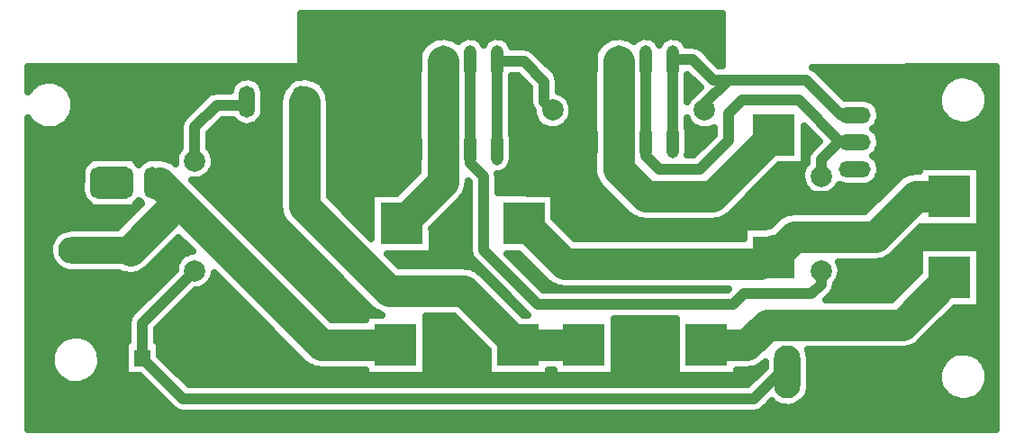
<source format=gbr>
G04 DipTrace 2.3.1.0*
%INBottom.gbr*%
%MOIN*%
%ADD13C,0.0394*%
%ADD14C,0.1181*%
%ADD15C,0.0591*%
%ADD16C,0.0984*%
%ADD17C,0.025*%
%ADD18O,0.1181X0.063*%
%ADD19R,0.063X0.063*%
%ADD20R,0.1575X0.1575*%
%ADD21O,0.0472X0.1181*%
%ADD22O,0.1181X0.0591*%
%ADD23O,0.0591X0.1181*%
%ADD24O,0.1969X0.0984*%
%ADD25O,0.0984X0.1969*%
%ADD26C,0.0787*%
%FSLAX44Y44*%
G04*
G70*
G90*
G75*
G01*
%LNBottom*%
%LPD*%
X34469Y6437D2*
D13*
X37250D1*
X39816Y9003D1*
Y14058D1*
X39125Y14750D1*
X37000D1*
X36437Y14187D1*
Y13937D1*
X35437Y12937D1*
X34937D1*
X31437D1*
X30187Y11687D1*
X26187D1*
X24687Y13187D1*
Y14437D1*
X25187Y14937D1*
Y17937D1*
X6437Y8906D2*
X4937D1*
Y6062D1*
X6062Y4937D1*
X8562D1*
X5937Y13446D2*
X4937Y12446D1*
Y9437D1*
X5469Y8906D1*
X6437D1*
X13438Y16438D2*
Y17563D1*
X9563D1*
X5937Y13937D1*
Y13446D1*
X18687Y17937D2*
Y14687D1*
X15811Y17563D1*
X13438D1*
X18687Y17937D2*
Y18437D1*
X19437Y19187D1*
X23937D1*
X25187Y17937D1*
X32437Y6437D2*
X32187D1*
X31187Y5437D1*
X10063D1*
X8562Y6937D1*
Y8250D1*
X10500Y10188D1*
Y14251D2*
Y15501D1*
X11313Y16313D1*
X12313D1*
X12438Y16438D1*
X31937Y10687D2*
D14*
X32687Y11437D1*
X35687D1*
X37187Y12937D1*
X38437D1*
X22687Y11937D2*
X24187Y10437D1*
X31437D1*
X31937Y10937D1*
Y10687D1*
X19687Y14687D2*
Y17937D1*
X18159Y11937D2*
X19687Y13465D1*
Y14687D1*
X27187Y14937D2*
D13*
Y17937D1*
X20687D2*
Y14687D1*
X34937Y14937D2*
X34408D1*
X32846Y16500D1*
X30750D1*
X30245Y15995D1*
Y14995D1*
X29187Y13937D1*
X27687D1*
X27187Y14437D1*
Y14937D1*
X34408D2*
X34319D1*
X33687Y14305D1*
Y13687D1*
Y10187D2*
Y9687D1*
X33334Y9334D1*
X30834D1*
X30437Y8937D1*
X23187D1*
X21187Y10937D1*
Y13687D1*
X20687Y14187D1*
Y14687D1*
X28187Y14937D2*
Y17937D1*
X21687D2*
Y14687D1*
X34937Y15937D2*
X34437D1*
X33125Y17250D1*
X30249D1*
X29687D1*
X28937Y18000D1*
X28250D1*
X28187Y17937D1*
X30249Y17250D2*
X29375Y16375D1*
Y16125D1*
X23750D2*
X23437Y16437D1*
Y17187D1*
X22687Y17937D1*
X21687D1*
X31937Y15215D2*
D14*
X29659Y12937D1*
X27187D1*
X26187Y13937D1*
Y14937D1*
Y17937D1*
X7937Y13446D2*
D13*
X6937D1*
X17937Y7437D2*
D14*
X15187D1*
X9899Y12725D1*
X9178Y13446D1*
D15*
X8937D1*
X6437Y10937D2*
D16*
X8111D1*
D14*
X9899Y12725D1*
X22465Y7437D2*
X20465Y9437D1*
X17689D1*
X14563Y12563D1*
Y16438D1*
D13*
X14438D1*
X24909Y7437D2*
D14*
X22465D1*
X29437D2*
X30937D1*
X31687Y8187D1*
X36687D1*
X38437Y9937D1*
D26*
X10500Y10188D3*
Y14251D3*
X33687Y13687D3*
Y10187D3*
X29375Y16125D3*
X23750D3*
X14439Y19445D2*
D17*
X29998D1*
X14439Y19197D2*
X29998D1*
X14439Y18948D2*
X29998D1*
X14439Y18699D2*
X19143D1*
X21107D2*
X21263D1*
X22107D2*
X25643D1*
X27607D2*
X27763D1*
X28607D2*
X29998D1*
X14439Y18450D2*
X18896D1*
X22837D2*
X25396D1*
X29239D2*
X29998D1*
X14439Y18202D2*
X18779D1*
X23196D2*
X25279D1*
X29509D2*
X29998D1*
X14439Y17953D2*
X18740D1*
X23443D2*
X25240D1*
X29755D2*
X29998D1*
X4347Y17704D2*
X18740D1*
X23693D2*
X25240D1*
X33419D2*
X40143D1*
X4347Y17456D2*
X18740D1*
X23919D2*
X25240D1*
X33693D2*
X40143D1*
X4347Y17207D2*
X4834D1*
X5388D2*
X12002D1*
X12876D2*
X14002D1*
X15099D2*
X18740D1*
X22239D2*
X22643D1*
X23989D2*
X25240D1*
X28739D2*
X28955D1*
X33939D2*
X38322D1*
X39575D2*
X40143D1*
X5802Y16958D2*
X11826D1*
X13048D2*
X13775D1*
X15349D2*
X18740D1*
X22239D2*
X22885D1*
X23989D2*
X25240D1*
X28739D2*
X29186D1*
X34189D2*
X38119D1*
X39778D2*
X40143D1*
X5974Y16710D2*
X10939D1*
X13091D2*
X13658D1*
X15470D2*
X18740D1*
X22239D2*
X22885D1*
X24204D2*
X25240D1*
X28739D2*
X28918D1*
X34439D2*
X38025D1*
X39872D2*
X40143D1*
X6048Y16461D2*
X10689D1*
X13091D2*
X13615D1*
X15509D2*
X18740D1*
X22239D2*
X22885D1*
X24419D2*
X25240D1*
X35603D2*
X38002D1*
X39896D2*
X40143D1*
X6052Y16212D2*
X10439D1*
X13091D2*
X13615D1*
X15509D2*
X18740D1*
X22239D2*
X22936D1*
X24493D2*
X25240D1*
X35821D2*
X38049D1*
X39849D2*
X40143D1*
X5989Y15964D2*
X10189D1*
X13064D2*
X13615D1*
X15509D2*
X18740D1*
X22239D2*
X23018D1*
X24482D2*
X25240D1*
X35884D2*
X38178D1*
X39720D2*
X40143D1*
X5833Y15715D2*
X9990D1*
X11486D2*
X11955D1*
X12923D2*
X13615D1*
X15509D2*
X18740D1*
X22239D2*
X23127D1*
X24372D2*
X25240D1*
X35845D2*
X38451D1*
X39446D2*
X40143D1*
X4347Y15466D2*
X4736D1*
X5486D2*
X9947D1*
X11239D2*
X13615D1*
X15509D2*
X18740D1*
X22239D2*
X23420D1*
X24079D2*
X25240D1*
X28751D2*
X29045D1*
X35673D2*
X40143D1*
X4347Y15218D2*
X9947D1*
X11052D2*
X13615D1*
X15509D2*
X18740D1*
X22251D2*
X25240D1*
X28778D2*
X29689D1*
X33079D2*
X33353D1*
X35818D2*
X40143D1*
X4347Y14969D2*
X9947D1*
X11052D2*
X13615D1*
X15509D2*
X18740D1*
X22278D2*
X25240D1*
X28778D2*
X29447D1*
X33079D2*
X33580D1*
X35884D2*
X40143D1*
X4347Y14720D2*
X9924D1*
X11079D2*
X13615D1*
X15509D2*
X18740D1*
X22278D2*
X25240D1*
X28778D2*
X29197D1*
X33079D2*
X33330D1*
X35845D2*
X40143D1*
X4347Y14471D2*
X9783D1*
X11216D2*
X13615D1*
X15509D2*
X18740D1*
X22278D2*
X25240D1*
X28771D2*
X28947D1*
X33079D2*
X33161D1*
X35677D2*
X40143D1*
X4347Y14223D2*
X6510D1*
X8364D2*
X8514D1*
X11251D2*
X13615D1*
X15509D2*
X18740D1*
X22271D2*
X25240D1*
X35814D2*
X40143D1*
X4347Y13974D2*
X6330D1*
X11196D2*
X13615D1*
X15509D2*
X18740D1*
X22153D2*
X25240D1*
X32025D2*
X32994D1*
X35884D2*
X37291D1*
X39579D2*
X40143D1*
X4347Y13725D2*
X6283D1*
X11025D2*
X13615D1*
X15509D2*
X18619D1*
X21739D2*
X25264D1*
X31778D2*
X32939D1*
X35849D2*
X36682D1*
X39579D2*
X40143D1*
X4347Y13477D2*
X6283D1*
X10478D2*
X13615D1*
X15509D2*
X18369D1*
X21739D2*
X25361D1*
X31528D2*
X32967D1*
X35685D2*
X36396D1*
X39579D2*
X40143D1*
X4347Y13228D2*
X6283D1*
X10724D2*
X13615D1*
X15509D2*
X18123D1*
X21739D2*
X25568D1*
X31278D2*
X33100D1*
X34275D2*
X36150D1*
X39579D2*
X40143D1*
X4347Y12979D2*
X6311D1*
X10974D2*
X13615D1*
X15509D2*
X17014D1*
X20497D2*
X20633D1*
X23829D2*
X25814D1*
X31032D2*
X33502D1*
X33872D2*
X35900D1*
X39579D2*
X40143D1*
X4347Y12731D2*
X6447D1*
X11224D2*
X13615D1*
X15724D2*
X17014D1*
X20282D2*
X20635D1*
X23829D2*
X26064D1*
X30782D2*
X35650D1*
X39579D2*
X40143D1*
X4347Y12482D2*
X8326D1*
X11470D2*
X13619D1*
X15974D2*
X17014D1*
X20032D2*
X20635D1*
X23829D2*
X26314D1*
X30532D2*
X35404D1*
X39579D2*
X40143D1*
X4347Y12233D2*
X8080D1*
X11720D2*
X13678D1*
X16224D2*
X17014D1*
X19786D2*
X20635D1*
X23829D2*
X26564D1*
X30282D2*
X32197D1*
X39579D2*
X40143D1*
X4347Y11985D2*
X7830D1*
X11970D2*
X13818D1*
X16470D2*
X17014D1*
X19536D2*
X20635D1*
X23970D2*
X31904D1*
X39579D2*
X40143D1*
X4347Y11736D2*
X5717D1*
X12216D2*
X14061D1*
X16720D2*
X17014D1*
X19302D2*
X20635D1*
X24216D2*
X30791D1*
X37314D2*
X40143D1*
X4347Y11487D2*
X5307D1*
X12466D2*
X14311D1*
X19302D2*
X20635D1*
X24466D2*
X30791D1*
X37068D2*
X40143D1*
X4347Y11239D2*
X5154D1*
X9743D2*
X10057D1*
X12716D2*
X14557D1*
X19302D2*
X20635D1*
X36818D2*
X40143D1*
X4347Y10990D2*
X5100D1*
X9493D2*
X10307D1*
X12962D2*
X14807D1*
X19302D2*
X20635D1*
X36568D2*
X37291D1*
X39579D2*
X40143D1*
X4347Y10741D2*
X5119D1*
X9243D2*
X10006D1*
X13212D2*
X15057D1*
X17716D2*
X20670D1*
X22153D2*
X22553D1*
X36318D2*
X37291D1*
X39579D2*
X40143D1*
X4347Y10492D2*
X5225D1*
X8997D2*
X9818D1*
X13462D2*
X15303D1*
X17962D2*
X20857D1*
X22403D2*
X22803D1*
X34368D2*
X37291D1*
X39579D2*
X40143D1*
X4347Y10244D2*
X5475D1*
X8743D2*
X9752D1*
X13708D2*
X15553D1*
X20935D2*
X21107D1*
X22653D2*
X23053D1*
X34435D2*
X37291D1*
X39579D2*
X40143D1*
X4347Y9995D2*
X9533D1*
X11224D2*
X11302D1*
X13958D2*
X15803D1*
X21236D2*
X21359D1*
X22900D2*
X23299D1*
X34411D2*
X37166D1*
X39579D2*
X40143D1*
X4347Y9746D2*
X9287D1*
X11103D2*
X11549D1*
X14208D2*
X16049D1*
X21486D2*
X21602D1*
X23150D2*
X23549D1*
X34290D2*
X36916D1*
X39579D2*
X40143D1*
X4347Y9498D2*
X9037D1*
X10751D2*
X11799D1*
X14454D2*
X16299D1*
X21732D2*
X21851D1*
X23400D2*
X30225D1*
X34204D2*
X36670D1*
X39579D2*
X40143D1*
X4347Y9249D2*
X8791D1*
X10333D2*
X12045D1*
X14704D2*
X16549D1*
X21982D2*
X22101D1*
X34021D2*
X36420D1*
X39579D2*
X40143D1*
X4347Y9000D2*
X8541D1*
X10087D2*
X12295D1*
X14954D2*
X16795D1*
X22232D2*
X22351D1*
X39579D2*
X40143D1*
X4347Y8752D2*
X8291D1*
X9837D2*
X12545D1*
X15200D2*
X17049D1*
X22478D2*
X22599D1*
X38579D2*
X40143D1*
X4347Y8503D2*
X8072D1*
X9587D2*
X12791D1*
X15450D2*
X16791D1*
X19079D2*
X20068D1*
X38333D2*
X40143D1*
X4347Y8254D2*
X8010D1*
X9341D2*
X13041D1*
X19079D2*
X20318D1*
X26052D2*
X28291D1*
X38083D2*
X40143D1*
X4347Y8006D2*
X8010D1*
X9114D2*
X13291D1*
X19079D2*
X20568D1*
X26052D2*
X28291D1*
X37833D2*
X40143D1*
X4347Y7757D2*
X5764D1*
X6443D2*
X8010D1*
X9114D2*
X13537D1*
X19079D2*
X20814D1*
X26052D2*
X28291D1*
X37587D2*
X40143D1*
X4347Y7508D2*
X5393D1*
X6810D2*
X7893D1*
X9236D2*
X13787D1*
X19079D2*
X21064D1*
X26052D2*
X28291D1*
X37337D2*
X40143D1*
X4347Y7260D2*
X5232D1*
X6974D2*
X7893D1*
X9236D2*
X14037D1*
X19079D2*
X21314D1*
X26052D2*
X28291D1*
X33216D2*
X40143D1*
X4347Y7011D2*
X5162D1*
X7040D2*
X7893D1*
X9263D2*
X14283D1*
X19079D2*
X21322D1*
X26052D2*
X28291D1*
X33282D2*
X38381D1*
X39517D2*
X40143D1*
X4347Y6762D2*
X5162D1*
X7040D2*
X7893D1*
X9509D2*
X14533D1*
X19079D2*
X21322D1*
X26052D2*
X28291D1*
X33286D2*
X38146D1*
X39751D2*
X40143D1*
X4347Y6513D2*
X5236D1*
X6970D2*
X7893D1*
X9759D2*
X16791D1*
X19079D2*
X21322D1*
X23611D2*
X23764D1*
X26052D2*
X28291D1*
X30579D2*
X31490D1*
X33286D2*
X38037D1*
X39861D2*
X40143D1*
X4347Y6265D2*
X5400D1*
X6806D2*
X8463D1*
X10009D2*
X31244D1*
X33286D2*
X38002D1*
X39896D2*
X40143D1*
X4347Y6016D2*
X5783D1*
X6423D2*
X8713D1*
X10255D2*
X30994D1*
X33286D2*
X38037D1*
X39861D2*
X40143D1*
X4347Y5767D2*
X8959D1*
X33267D2*
X38146D1*
X39751D2*
X40143D1*
X4347Y5519D2*
X9209D1*
X33165D2*
X38381D1*
X39517D2*
X40143D1*
X4347Y5270D2*
X9459D1*
X31794D2*
X31939D1*
X32935D2*
X40143D1*
X4347Y5021D2*
X9713D1*
X31540D2*
X40143D1*
X4347Y4773D2*
X40143D1*
X4347Y4524D2*
X40143D1*
X9091Y7584D2*
X9209D1*
Y7041D1*
X10282Y5966D1*
X30965D1*
X31611Y6609D1*
X31613Y6808D1*
X31495Y6703D1*
X31391Y6634D1*
X31278Y6580D1*
X31159Y6542D1*
X31084Y6526D1*
X30937Y6515D1*
X30558D1*
X30556Y6318D1*
X28318D1*
X28312Y8408D1*
X26027D1*
X26029Y6318D1*
X23790D1*
X23784Y6515D1*
X23585D1*
X23584Y6318D1*
X21345D1*
Y7251D1*
X20080Y8517D1*
X19054Y8515D1*
X19056Y6318D1*
X16818D1*
X16812Y6515D1*
X15187D1*
X15062Y6523D1*
X14940Y6548D1*
X14822Y6590D1*
X14711Y6647D1*
X14647Y6689D1*
X14535Y6785D1*
X11223Y10097D1*
X11183Y9943D1*
X11131Y9829D1*
X11060Y9726D1*
X10973Y9637D1*
X10871Y9564D1*
X10759Y9510D1*
X10639Y9476D1*
X10520Y9460D1*
X9092Y8032D1*
X9091Y7582D1*
X8463Y6290D2*
X7916D1*
Y7584D1*
X8037D1*
X8034Y8250D1*
X8049Y8374D1*
X8092Y8491D1*
X8189Y8624D1*
X9777Y10212D1*
X9781Y10283D1*
X9808Y10405D1*
X9855Y10520D1*
X9922Y10626D1*
X10006Y10719D1*
X10104Y10796D1*
X10214Y10854D1*
X10333Y10894D1*
X10414Y10906D1*
X9897Y11422D1*
X9049Y10570D1*
X8764Y10285D1*
X8669Y10203D1*
X8565Y10134D1*
X8452Y10080D1*
X8334Y10042D1*
X8211Y10020D1*
X8086Y10015D1*
X7961Y10027D1*
X7840Y10055D1*
X7699Y10113D1*
X5864Y10117D1*
X5741Y10139D1*
X5623Y10179D1*
X5512Y10236D1*
X5411Y10309D1*
X5322Y10397D1*
X5248Y10497D1*
X5190Y10608D1*
X5148Y10726D1*
X5126Y10849D1*
X5122Y10973D1*
X5137Y11097D1*
X5170Y11218D1*
X5221Y11332D1*
X5289Y11436D1*
X5372Y11530D1*
X5469Y11609D1*
X5576Y11674D1*
X5691Y11721D1*
X5813Y11750D1*
X5945Y11761D1*
X6929Y11757D1*
X7187Y11761D1*
X7636Y11766D1*
X8539Y12669D1*
X8478Y12723D1*
X8438Y12776D1*
X8375Y12702D1*
X8329Y12665D1*
X8327Y12507D1*
X6586D1*
Y12628D1*
X6478Y12723D1*
X6403Y12823D1*
X6348Y12935D1*
X6317Y13056D1*
X6310Y13151D1*
X6314Y13741D1*
X6329Y13894D1*
X6371Y14012D1*
X6436Y14118D1*
X6521Y14210D1*
X6587Y14258D1*
X6586Y14384D1*
X8327D1*
Y14232D1*
X8436Y14117D1*
X8521Y14210D1*
X8622Y14283D1*
X8735Y14335D1*
X8857Y14363D1*
X8982Y14367D1*
X9039Y14357D1*
X9130Y14367D1*
X9255Y14365D1*
X9378Y14346D1*
X9498Y14311D1*
X9612Y14260D1*
X9718Y14194D1*
X9781Y14141D1*
Y14346D1*
X9808Y14468D1*
X9855Y14583D1*
X9922Y14689D1*
X9971Y14751D1*
Y15501D1*
X9986Y15625D1*
X10030Y15742D1*
X10126Y15875D1*
X10939Y16687D1*
X11037Y16764D1*
X11150Y16816D1*
X11313Y16842D1*
X11817D1*
X11872Y17004D1*
X11937Y17111D1*
X12022Y17203D1*
X12123Y17276D1*
X12236Y17327D1*
X12358Y17356D1*
X12483Y17359D1*
X12606Y17338D1*
X12722Y17293D1*
X12827Y17225D1*
X12917Y17139D1*
X12988Y17036D1*
X13037Y16921D1*
X13062Y16799D1*
X13065Y16359D1*
X13061Y16143D1*
X13053Y16019D1*
X13016Y15900D1*
X12956Y15790D1*
X12876Y15694D1*
X12779Y15616D1*
X12668Y15559D1*
X12548Y15526D1*
X12423Y15516D1*
X12299Y15531D1*
X12181Y15571D1*
X12073Y15633D1*
X11979Y15716D1*
X11925Y15787D1*
X11528Y15785D1*
X11026Y15279D1*
X11029Y14747D1*
X11100Y14659D1*
X11161Y14550D1*
X11203Y14432D1*
X11226Y14251D1*
X11215Y14126D1*
X11183Y14006D1*
X11131Y13892D1*
X11060Y13789D1*
X10973Y13700D1*
X10871Y13627D1*
X10759Y13573D1*
X10639Y13538D1*
X10515Y13525D1*
X10394Y13533D1*
X15570Y8358D1*
X16816Y8359D1*
X16818Y8556D1*
X17415D1*
X17255Y8623D1*
X17149Y8689D1*
X17037Y8785D1*
X13911Y11911D1*
X13829Y12005D1*
X13760Y12109D1*
X13706Y12222D1*
X13668Y12341D1*
X13653Y12416D1*
X13641Y12563D1*
Y16438D1*
X13649Y16563D1*
X13674Y16685D1*
X13716Y16803D1*
X13773Y16914D1*
X13844Y17017D1*
X14022Y17203D1*
X14123Y17276D1*
X14236Y17327D1*
X14358Y17356D1*
X14614Y17359D1*
X14738Y17344D1*
X14859Y17312D1*
X14974Y17264D1*
X15082Y17201D1*
X15180Y17124D1*
X15267Y17034D1*
X15341Y16934D1*
X15401Y16824D1*
X15445Y16707D1*
X15474Y16585D1*
X15486Y16438D1*
Y12942D1*
X17041Y11389D1*
X17040Y13056D1*
X17974D1*
X18764Y13846D1*
X18765Y17937D1*
X18773Y18062D1*
X18798Y18184D1*
X18840Y18302D1*
X18897Y18413D1*
X18968Y18515D1*
X19053Y18607D1*
X19149Y18687D1*
X19256Y18752D1*
X19370Y18803D1*
X19490Y18838D1*
X19613Y18856D1*
X19738Y18858D1*
X19862Y18843D1*
X19983Y18811D1*
X20098Y18763D1*
X20258Y18659D1*
X20299Y18706D1*
X20399Y18781D1*
X20513Y18832D1*
X20635Y18857D1*
X20760Y18855D1*
X20881Y18825D1*
X20993Y18770D1*
X21090Y18692D1*
X21168Y18594D1*
X21186Y18556D1*
X21218Y18612D1*
X21299Y18706D1*
X21399Y18781D1*
X21513Y18832D1*
X21635Y18857D1*
X21760Y18855D1*
X21881Y18825D1*
X21993Y18770D1*
X22090Y18692D1*
X22168Y18594D1*
X22227Y18463D1*
X22687Y18466D1*
X22811Y18451D1*
X22928Y18408D1*
X23061Y18311D1*
X23811Y17561D1*
X23888Y17463D1*
X23940Y17350D1*
X23966Y17187D1*
Y16816D1*
X24069Y16776D1*
X24176Y16711D1*
X24270Y16630D1*
X24349Y16533D1*
X24410Y16424D1*
X24452Y16306D1*
X24475Y16125D1*
X24464Y16000D1*
X24432Y15879D1*
X24380Y15766D1*
X24309Y15663D1*
X24222Y15574D1*
X24121Y15501D1*
X24008Y15447D1*
X23888Y15412D1*
X23764Y15399D1*
X23640Y15407D1*
X23518Y15437D1*
X23404Y15487D1*
X23300Y15555D1*
X23209Y15641D1*
X23134Y15741D1*
X23077Y15852D1*
X23040Y15971D1*
X23025Y16107D1*
X22986Y16161D1*
X22934Y16274D1*
X22908Y16437D1*
Y16964D1*
X22469Y17407D1*
X22230Y17408D1*
X22216Y17312D1*
Y15246D1*
X22251Y15110D1*
X22255Y14791D1*
X22251Y14333D1*
X22241Y14209D1*
X22201Y14091D1*
X22136Y13984D1*
X22049Y13895D1*
X21945Y13826D1*
X21828Y13782D1*
X21708Y13765D1*
X21716Y13687D1*
Y13058D1*
X23806Y13056D1*
Y12123D1*
X24568Y11360D1*
X30816Y11359D1*
X30818Y11806D1*
X31626D1*
X31744Y11839D1*
X31815Y11870D1*
X32129Y12171D1*
X32233Y12240D1*
X32346Y12294D1*
X32465Y12332D1*
X32540Y12348D1*
X32687Y12359D1*
X35308D1*
X36535Y13589D1*
X36629Y13671D1*
X36733Y13740D1*
X36846Y13794D1*
X36965Y13832D1*
X37040Y13848D1*
X37187Y13859D1*
X37316D1*
X37318Y14056D1*
X39556D1*
Y11818D1*
X37371D1*
X36339Y10785D1*
X36245Y10703D1*
X36141Y10634D1*
X36028Y10580D1*
X35909Y10542D1*
X35834Y10526D1*
X35687Y10515D1*
X34332D1*
X34389Y10369D1*
X34413Y10187D1*
X34402Y10063D1*
X34370Y9942D1*
X34318Y9828D1*
X34217Y9695D1*
X34201Y9563D1*
X34158Y9446D1*
X34061Y9313D1*
X33859Y9112D1*
X36308Y9109D1*
X37319Y10124D1*
X37318Y11056D1*
X39556D1*
Y8818D1*
X38623D1*
X37339Y7535D1*
X37245Y7453D1*
X37141Y7384D1*
X37028Y7330D1*
X36909Y7292D1*
X36834Y7276D1*
X36687Y7265D1*
X33191D1*
X33242Y7105D1*
X33261Y6929D1*
X33257Y5945D1*
X33252Y5820D1*
X33223Y5699D1*
X33177Y5583D1*
X33114Y5475D1*
X33035Y5378D1*
X32943Y5294D1*
X32838Y5225D1*
X32725Y5173D1*
X32605Y5138D1*
X32481Y5122D1*
X32356Y5125D1*
X32233Y5146D1*
X32115Y5186D1*
X32004Y5244D1*
X31903Y5317D1*
X31856Y5364D1*
X31677Y5179D1*
X31561Y5063D1*
X31463Y4986D1*
X31350Y4934D1*
X31187Y4908D1*
X10063D1*
X9939Y4923D1*
X9822Y4966D1*
X9689Y5063D1*
X8460Y6292D1*
X22505Y10818D2*
X22052D1*
X23409Y9463D1*
X24187Y9466D1*
X30214D1*
X30265Y9512D1*
X27562Y9515D1*
X24187D1*
X24062Y9523D1*
X23940Y9548D1*
X23822Y9590D1*
X23711Y9647D1*
X23647Y9689D1*
X23535Y9785D1*
X22499Y10821D1*
X19279Y11755D2*
Y10818D1*
X17611D1*
X18069Y10362D1*
X20314Y10359D1*
X20589Y10351D1*
X20712Y10326D1*
X20829Y10284D1*
X20940Y10227D1*
X21004Y10185D1*
X21117Y10089D1*
X22650Y8556D1*
X22818D1*
X20813Y10563D1*
X20736Y10661D1*
X20684Y10774D1*
X20658Y10937D1*
Y13464D1*
X20612Y13515D1*
X20601Y13340D1*
X20576Y13218D1*
X20534Y13100D1*
X20477Y12989D1*
X20435Y12925D1*
X20339Y12812D1*
X19276Y11749D1*
X33056Y15541D2*
Y14095D1*
X32123D1*
X30312Y12285D1*
X30218Y12203D1*
X30113Y12134D1*
X30001Y12080D1*
X29882Y12042D1*
X29807Y12026D1*
X29659Y12015D1*
X27187D1*
X27062Y12023D1*
X26940Y12048D1*
X26822Y12090D1*
X26711Y12147D1*
X26647Y12189D1*
X26535Y12285D1*
X25535Y13285D1*
X25453Y13379D1*
X25384Y13483D1*
X25330Y13596D1*
X25292Y13715D1*
X25276Y13790D1*
X25265Y13937D1*
Y17937D1*
X25273Y18062D1*
X25298Y18184D1*
X25340Y18302D1*
X25397Y18413D1*
X25468Y18515D1*
X25553Y18607D1*
X25649Y18687D1*
X25756Y18752D1*
X25870Y18803D1*
X25990Y18838D1*
X26113Y18856D1*
X26238Y18858D1*
X26362Y18843D1*
X26483Y18811D1*
X26598Y18763D1*
X26758Y18659D1*
X26799Y18706D1*
X26899Y18781D1*
X27013Y18832D1*
X27135Y18857D1*
X27260Y18855D1*
X27381Y18825D1*
X27493Y18770D1*
X27590Y18692D1*
X27668Y18594D1*
X27686Y18556D1*
X27718Y18612D1*
X27799Y18706D1*
X27899Y18781D1*
X28013Y18832D1*
X28135Y18857D1*
X28260Y18855D1*
X28381Y18825D1*
X28493Y18770D1*
X28590Y18692D1*
X28668Y18594D1*
X28700Y18527D1*
X28937Y18528D1*
X29061Y18513D1*
X29178Y18470D1*
X29311Y18373D1*
X29905Y17779D1*
X30042Y17778D1*
X30023Y17850D1*
Y19694D1*
X14414D1*
Y17850D1*
X14353Y17745D1*
X14289Y17725D1*
X4322D1*
Y16792D1*
X4379Y16880D1*
X4462Y16974D1*
X4556Y17056D1*
X4661Y17124D1*
X4773Y17178D1*
X4892Y17216D1*
X5015Y17237D1*
X5140Y17242D1*
X5265Y17230D1*
X5386Y17201D1*
X5503Y17156D1*
X5612Y17095D1*
X5712Y17020D1*
X5801Y16933D1*
X5878Y16834D1*
X5940Y16726D1*
X5987Y16610D1*
X6019Y16490D1*
X6034Y16320D1*
X6026Y16195D1*
X6001Y16073D1*
X5959Y15955D1*
X5902Y15844D1*
X5831Y15742D1*
X5746Y15650D1*
X5650Y15570D1*
X5543Y15505D1*
X5429Y15454D1*
X5309Y15419D1*
X5186Y15400D1*
X5061Y15399D1*
X4937Y15414D1*
X4816Y15446D1*
X4701Y15494D1*
X4593Y15557D1*
X4495Y15634D1*
X4408Y15724D1*
X4321Y15849D1*
X4322Y4322D1*
X40166D1*
Y17725D1*
X33365Y17720D1*
X33498Y17623D1*
X34562Y16560D1*
X35142Y16564D1*
X35232Y16560D1*
X35277Y16563D1*
X35400Y16541D1*
X35516Y16496D1*
X35621Y16429D1*
X35711Y16342D1*
X35782Y16239D1*
X35831Y16124D1*
X35856Y16002D1*
X35859Y15937D1*
X35847Y15813D1*
X35810Y15694D1*
X35751Y15584D1*
X35670Y15488D1*
X35606Y15437D1*
X35711Y15342D1*
X35782Y15239D1*
X35831Y15124D1*
X35856Y15002D1*
X35859Y14937D1*
X35847Y14813D1*
X35810Y14694D1*
X35751Y14584D1*
X35670Y14488D1*
X35606Y14437D1*
X35711Y14342D1*
X35782Y14239D1*
X35831Y14124D1*
X35856Y14002D1*
X35859Y13937D1*
X35847Y13813D1*
X35810Y13694D1*
X35751Y13584D1*
X35670Y13488D1*
X35573Y13410D1*
X35462Y13353D1*
X35342Y13320D1*
X35232Y13310D1*
X34642Y13314D1*
X34503Y13325D1*
X34385Y13365D1*
X34347Y13386D1*
X34247Y13226D1*
X34160Y13136D1*
X34058Y13064D1*
X33946Y13009D1*
X33826Y12975D1*
X33702Y12962D1*
X33577Y12970D1*
X33456Y12999D1*
X33341Y13049D1*
X33237Y13118D1*
X33146Y13203D1*
X33071Y13303D1*
X33015Y13414D1*
X32978Y13534D1*
X32962Y13658D1*
X32968Y13782D1*
X32995Y13904D1*
X33042Y14020D1*
X33109Y14125D1*
X33158Y14187D1*
Y14305D1*
X33173Y14428D1*
X33216Y14545D1*
X33313Y14678D1*
X33614Y14980D1*
X33054Y15544D1*
X39862Y16383D2*
X39837Y16260D1*
X39796Y16143D1*
X39738Y16032D1*
X39667Y15929D1*
X39582Y15837D1*
X39486Y15758D1*
X39380Y15692D1*
X39266Y15641D1*
X39146Y15606D1*
X39022Y15588D1*
X38897Y15586D1*
X38773Y15602D1*
X38653Y15634D1*
X38537Y15682D1*
X38429Y15745D1*
X38331Y15822D1*
X38244Y15912D1*
X38170Y16012D1*
X38110Y16122D1*
X38066Y16239D1*
X38038Y16360D1*
X38026Y16485D1*
X38032Y16609D1*
X38054Y16732D1*
X38092Y16851D1*
X38147Y16964D1*
X38216Y17068D1*
X38298Y17162D1*
X38392Y17243D1*
X38497Y17312D1*
X38610Y17365D1*
X38729Y17403D1*
X38852Y17425D1*
X38977Y17429D1*
X39101Y17417D1*
X39222Y17388D1*
X39339Y17343D1*
X39448Y17283D1*
X39548Y17208D1*
X39637Y17120D1*
X39714Y17022D1*
X39776Y16914D1*
X39824Y16798D1*
X39855Y16677D1*
X39871Y16507D1*
X39862Y16383D1*
Y6140D2*
X39837Y6018D1*
X39796Y5900D1*
X39738Y5789D1*
X39667Y5687D1*
X39582Y5595D1*
X39486Y5515D1*
X39380Y5449D1*
X39266Y5399D1*
X39146Y5364D1*
X39022Y5345D1*
X38897Y5344D1*
X38773Y5359D1*
X38653Y5391D1*
X38537Y5439D1*
X38429Y5502D1*
X38331Y5579D1*
X38244Y5669D1*
X38170Y5769D1*
X38110Y5879D1*
X38066Y5996D1*
X38038Y6118D1*
X38026Y6242D1*
X38032Y6367D1*
X38054Y6490D1*
X38092Y6608D1*
X38147Y6721D1*
X38216Y6825D1*
X38298Y6919D1*
X38392Y7001D1*
X38497Y7069D1*
X38610Y7123D1*
X38729Y7161D1*
X38852Y7182D1*
X38977Y7187D1*
X39101Y7174D1*
X39222Y7146D1*
X39339Y7100D1*
X39448Y7040D1*
X39548Y6965D1*
X39637Y6878D1*
X39714Y6779D1*
X39776Y6671D1*
X39824Y6555D1*
X39855Y6434D1*
X39871Y6265D1*
X39862Y6140D1*
X7016Y6765D2*
X6991Y6643D1*
X6950Y6525D1*
X6893Y6414D1*
X6821Y6312D1*
X6736Y6220D1*
X6640Y6140D1*
X6534Y6074D1*
X6420Y6024D1*
X6300Y5989D1*
X6176Y5970D1*
X6051Y5969D1*
X5927Y5984D1*
X5807Y6016D1*
X5691Y6064D1*
X5583Y6127D1*
X5485Y6204D1*
X5398Y6294D1*
X5324Y6394D1*
X5264Y6504D1*
X5220Y6621D1*
X5192Y6743D1*
X5180Y6867D1*
X5186Y6992D1*
X5208Y7115D1*
X5246Y7233D1*
X5301Y7346D1*
X5370Y7450D1*
X5452Y7544D1*
X5546Y7626D1*
X5651Y7694D1*
X5764Y7748D1*
X5883Y7786D1*
X6006Y7807D1*
X6131Y7812D1*
X6255Y7799D1*
X6376Y7771D1*
X6493Y7725D1*
X6602Y7665D1*
X6702Y7590D1*
X6792Y7503D1*
X6868Y7404D1*
X6931Y7296D1*
X6978Y7180D1*
X7009Y7059D1*
X7025Y6890D1*
X7016Y6765D1*
X28717Y15492D2*
X28751Y15360D1*
X28755Y15041D1*
X28751Y14583D1*
X28742Y14463D1*
X28964Y14466D1*
X29716Y15214D1*
Y15483D1*
X29633Y15447D1*
X29513Y15412D1*
X29389Y15399D1*
X29265Y15407D1*
X29143Y15437D1*
X29029Y15487D1*
X28925Y15555D1*
X28834Y15641D1*
X28759Y15741D1*
X28714Y15828D1*
X28716Y15496D1*
Y17378D2*
Y16425D1*
X28796Y16563D1*
X28880Y16655D1*
X29001Y16748D1*
X29219Y16967D1*
X28741Y17447D1*
D18*
X8562Y4937D3*
D19*
Y6937D3*
D20*
X22687Y11937D3*
X18159D3*
X31937Y10687D3*
Y15215D3*
X17937Y7437D3*
X22465D3*
X29437D3*
X24909D3*
X38437Y9937D3*
Y12937D3*
D21*
X18687Y17937D3*
X19687D3*
X20687D3*
X21687D3*
X25187D3*
X26187D3*
X27187D3*
X28187D3*
X18687Y14687D3*
X19687D3*
X20687D3*
X21687D3*
X25187Y14937D3*
X26187D3*
X27187D3*
X28187D3*
D22*
X34937Y12937D3*
Y13937D3*
Y14937D3*
Y15937D3*
D23*
X8937Y13446D3*
X7937D3*
X6937D3*
X5937D3*
X14438Y16438D3*
X13438D3*
X12438D3*
D24*
X6437Y10937D3*
Y8906D3*
D25*
X32437Y6437D3*
X34469D3*
G36*
X6918Y14053D2*
X7995D1*
Y12839D1*
X6918D1*
Y14053D1*
G37*
M02*

</source>
